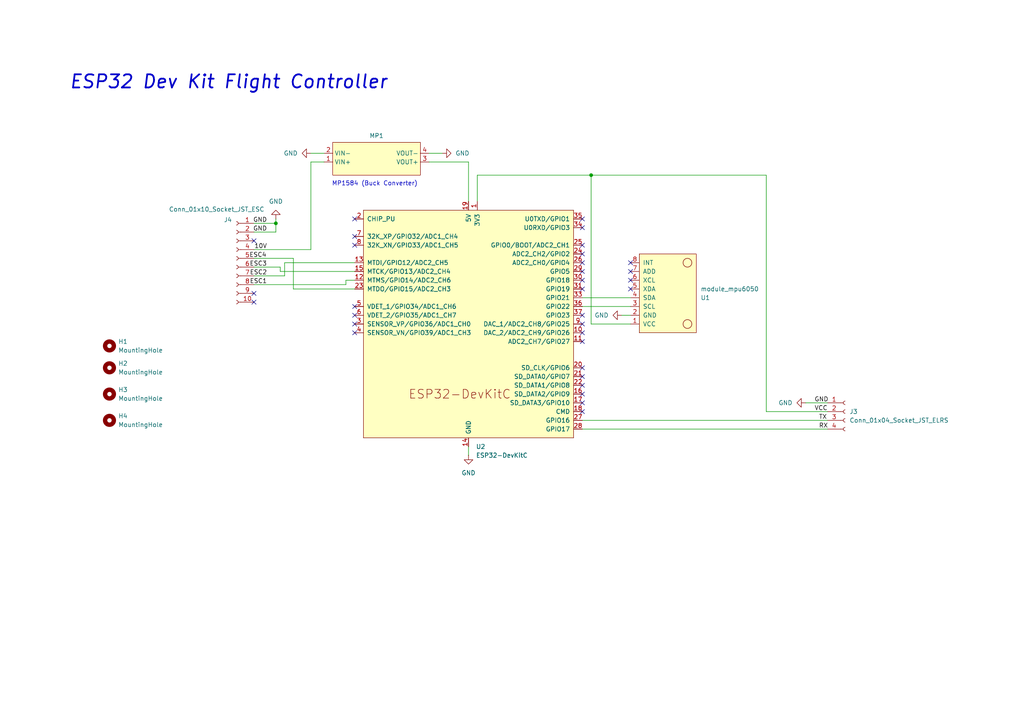
<source format=kicad_sch>
(kicad_sch (version 20250114) (generator "eeschema") (generator_version "9.0")
  (paper "A4")
  (title_block (title "Flight Controller ESP32 Dev Kit C") (date "2025-04-18"))
  (lib_symbols
    (symbol "Connector:Conn_01x04_Socket" (pin_names (offset 1.016) (hide yes))
      (property "Reference" "J" (at 0 5.08 0))
      (property "Value" "Conn_01x04_Socket" (at 0 -7.62 0))
      (symbol "Conn_01x04_Socket_1_1"
        (polyline (pts (xy -1.27 2.54) (xy -0.508 2.54)) (stroke (width 0.1524)))
        (polyline (pts (xy -1.27 0) (xy -0.508 0)) (stroke (width 0.1524)))
        (polyline (pts (xy -1.27 -2.54) (xy -0.508 -2.54)) (stroke (width 0.1524)))
        (polyline (pts (xy -1.27 -5.08) (xy -0.508 -5.08)) (stroke (width 0.1524)))
        (arc (start 0 2.032) (mid -0.5058 2.54) (end 0 3.048) (stroke (width 0.1524)))
        (arc (start 0 -0.508) (mid -0.5058 0) (end 0 0.508) (stroke (width 0.1524)))
        (arc (start 0 -3.048) (mid -0.5058 -2.54) (end 0 -2.032) (stroke (width 0.1524)))
        (arc (start 0 -5.588) (mid -0.5058 -5.08) (end 0 -4.572) (stroke (width 0.1524)))
        (pin passive line (at -5.08 2.54 0) (length 3.81) (name "Pin_1") (number "1"))
        (pin passive line (at -5.08 0 0) (length 3.81) (name "Pin_2") (number "2"))
        (pin passive line (at -5.08 -2.54 0) (length 3.81) (name "Pin_3") (number "3"))
        (pin passive line (at -5.08 -5.08 0) (length 3.81) (name "Pin_4") (number "4"))
      )
    )
    (symbol "Connector:Conn_01x10_Socket" (pin_names (offset 1.016) (hide yes))
      (property "Reference" "J" (at 0 12.7 0))
      (property "Value" "Conn_01x10_Socket" (at 0 -15.24 0))
      (symbol "Conn_01x10_Socket_1_1"
        (polyline (pts (xy -1.27 10.16) (xy -0.508 10.16)) (stroke (width 0.1524)))
        (polyline (pts (xy -1.27 7.62) (xy -0.508 7.62)) (stroke (width 0.1524)))
        (polyline (pts (xy -1.27 5.08) (xy -0.508 5.08)) (stroke (width 0.1524)))
        (polyline (pts (xy -1.27 2.54) (xy -0.508 2.54)) (stroke (width 0.1524)))
        (polyline (pts (xy -1.27 0) (xy -0.508 0)) (stroke (width 0.1524)))
        (polyline (pts (xy -1.27 -2.54) (xy -0.508 -2.54)) (stroke (width 0.1524)))
        (polyline (pts (xy -1.27 -5.08) (xy -0.508 -5.08)) (stroke (width 0.1524)))
        (polyline (pts (xy -1.27 -7.62) (xy -0.508 -7.62)) (stroke (width 0.1524)))
        (polyline (pts (xy -1.27 -10.16) (xy -0.508 -10.16)) (stroke (width 0.1524)))
        (polyline (pts (xy -1.27 -12.7) (xy -0.508 -12.7)) (stroke (width 0.1524)))
        (arc (start 0 9.652) (mid -0.5058 10.16) (end 0 10.668) (stroke (width 0.1524)))
        (arc (start 0 7.112) (mid -0.5058 7.62) (end 0 8.128) (stroke (width 0.1524)))
        (arc (start 0 4.572) (mid -0.5058 5.08) (end 0 5.588) (stroke (width 0.1524)))
        (arc (start 0 2.032) (mid -0.5058 2.54) (end 0 3.048) (stroke (width 0.1524)))
        (arc (start 0 -0.508) (mid -0.5058 0) (end 0 0.508) (stroke (width 0.1524)))
        (arc (start 0 -3.048) (mid -0.5058 -2.54) (end 0 -2.032) (stroke (width 0.1524)))
        (arc (start 0 -5.588) (mid -0.5058 -5.08) (end 0 -4.572) (stroke (width 0.1524)))
        (arc (start 0 -8.128) (mid -0.5058 -7.62) (end 0 -7.112) (stroke (width 0.1524)))
        (arc (start 0 -10.668) (mid -0.5058 -10.16) (end 0 -9.652) (stroke (width 0.1524)))
        (arc (start 0 -13.208) (mid -0.5058 -12.7) (end 0 -12.192) (stroke (width 0.1524)))
        (pin passive line (at -5.08 10.16 0) (length 3.81) (name "Pin_1") (number "1"))
        (pin passive line (at -5.08 7.62 0) (length 3.81) (name "Pin_2") (number "2"))
        (pin passive line (at -5.08 5.08 0) (length 3.81) (name "Pin_3") (number "3"))
        (pin passive line (at -5.08 2.54 0) (length 3.81) (name "Pin_4") (number "4"))
        (pin passive line (at -5.08 0 0) (length 3.81) (name "Pin_5") (number "5"))
        (pin passive line (at -5.08 -2.54 0) (length 3.81) (name "Pin_6") (number "6"))
        (pin passive line (at -5.08 -5.08 0) (length 3.81) (name "Pin_7") (number "7"))
        (pin passive line (at -5.08 -7.62 0) (length 3.81) (name "Pin_8") (number "8"))
        (pin passive line (at -5.08 -10.16 0) (length 3.81) (name "Pin_9") (number "9"))
        (pin passive line (at -5.08 -12.7 0) (length 3.81) (name "Pin_10") (number "10"))
      )
    )
    (symbol "Mechanical:MountingHole" (pin_names (offset 1.016)) (in_bom no)
      (property "Reference" "H" (at 0 5.08 0))
      (property "Value" "MountingHole" (at 0 3.175 0))
      (symbol "MountingHole_0_1"
        (circle (center 0 0) (radius 1.27) (stroke (width 1.27)))
      )
    )
    (symbol "New_Library:MP1584EN"
      (property "Reference" "MP" (at 0.254 1.016 0))
      (symbol "MP1584EN_1_1"
        (rectangle (start -12.7 5.715) (end 12.7 -3.81) (fill (type background)))
        (pin power_out line (at -15.24 2.54 0) (length 2.54) (name "VOUT-") (number "4"))
        (pin power_out line (at -15.24 0 0) (length 2.54) (name "VOUT+") (number "3"))
        (pin power_in line (at 15.24 2.54 180) (length 2.54) (name "VIN-") (number "2"))
        (pin power_in line (at 15.24 0 180) (length 2.54) (name "VIN+") (number "1"))
      )
    )
    (symbol "PCM_Espressif:ESP32-DevKitC" (pin_names (offset 1.016))
      (property "Reference" "U" (at -30.48 38.1 0))
      (property "Value" "ESP32-DevKitC" (at -30.48 35.56 0))
      (symbol "ESP32-DevKitC_0_0"
        (text "ESP32-DevKitC" (at -2.54 -20.32 0) (effects (font (size 2.54 2.54))))
        (pin power_in line (at 0 35.56 270) (length 2.54) (name "5V") (number "19"))
        (pin power_in line (at 0 -35.56 90) (length 2.54) (name "GND") (number "14"))
      )
      (symbol "ESP32-DevKitC_0_1"
        (rectangle (start -30.48 33.02) (end 30.48 -33.02) (fill (type background)))
      )
      (symbol "ESP32-DevKitC_1_1"
        (pin input line (at -33.02 30.48 0) (length 2.54) (name "CHIP_PU") (number "2"))
        (pin bidirectional line (at -33.02 25.4 0) (length 2.54) (name "32K_XP/GPIO32/ADC1_CH4") (number "7"))
        (pin bidirectional line (at -33.02 22.86 0) (length 2.54) (name "32K_XN/GPIO33/ADC1_CH5") (number "8"))
        (pin bidirectional line (at -33.02 17.78 0) (length 2.54) (name "MTDI/GPIO12/ADC2_CH5") (number "13"))
        (pin bidirectional line (at -33.02 15.24 0) (length 2.54) (name "MTCK/GPIO13/ADC2_CH4") (number "15"))
        (pin bidirectional line (at -33.02 12.7 0) (length 2.54) (name "MTMS/GPIO14/ADC2_CH6") (number "12"))
        (pin bidirectional line (at -33.02 10.16 0) (length 2.54) (name "MTDO/GPIO15/ADC2_CH3") (number "23"))
        (pin input line (at -33.02 5.08 0) (length 2.54) (name "VDET_1/GPIO34/ADC1_CH6") (number "5"))
        (pin input line (at -33.02 2.54 0) (length 2.54) (name "VDET_2/GPIO35/ADC1_CH7") (number "6"))
        (pin input line (at -33.02 0 0) (length 2.54) (name "SENSOR_VP/GPIO36/ADC1_CH0") (number "3"))
        (pin input line (at -33.02 -2.54 0) (length 2.54) (name "SENSOR_VN/GPIO39/ADC1_CH3") (number "4"))
        (pin passive line (at 0 -35.56 90) (length 2.54) (hide yes) (name "GND") (number "32"))
        (pin passive line (at 0 -35.56 90) (length 2.54) (hide yes) (name "GND") (number "38"))
        (pin power_in line (at 2.54 35.56 270) (length 2.54) (name "3V3") (number "1"))
        (pin bidirectional line (at 33.02 30.48 180) (length 2.54) (name "U0TXD/GPIO1") (number "35"))
        (pin bidirectional line (at 33.02 27.94 180) (length 2.54) (name "U0RXD/GPIO3") (number "34"))
        (pin bidirectional line (at 33.02 22.86 180) (length 2.54) (name "GPIO0/BOOT/ADC2_CH1") (number "25"))
        (pin bidirectional line (at 33.02 20.32 180) (length 2.54) (name "ADC2_CH2/GPIO2") (number "24"))
        (pin bidirectional line (at 33.02 17.78 180) (length 2.54) (name "ADC2_CH0/GPIO4") (number "26"))
        (pin bidirectional line (at 33.02 15.24 180) (length 2.54) (name "GPIO5") (number "29"))
        (pin bidirectional line (at 33.02 12.7 180) (length 2.54) (name "GPIO18") (number "30"))
        (pin bidirectional line (at 33.02 10.16 180) (length 2.54) (name "GPIO19") (number "31"))
        (pin bidirectional line (at 33.02 7.62 180) (length 2.54) (name "GPIO21") (number "33"))
        (pin bidirectional line (at 33.02 5.08 180) (length 2.54) (name "GPIO22") (number "36"))
        (pin bidirectional line (at 33.02 2.54 180) (length 2.54) (name "GPIO23") (number "37"))
        (pin bidirectional line (at 33.02 0 180) (length 2.54) (name "DAC_1/ADC2_CH8/GPIO25") (number "9"))
        (pin bidirectional line (at 33.02 -2.54 180) (length 2.54) (name "DAC_2/ADC2_CH9/GPIO26") (number "10"))
        (pin bidirectional line (at 33.02 -5.08 180) (length 2.54) (name "ADC2_CH7/GPIO27") (number "11"))
        (pin bidirectional line (at 33.02 -12.7 180) (length 2.54) (name "SD_CLK/GPIO6") (number "20"))
        (pin bidirectional line (at 33.02 -15.24 180) (length 2.54) (name "SD_DATA0/GPIO7") (number "21"))
        (pin bidirectional line (at 33.02 -17.78 180) (length 2.54) (name "SD_DATA1/GPIO8") (number "22"))
        (pin bidirectional line (at 33.02 -20.32 180) (length 2.54) (name "SD_DATA2/GPIO9") (number "16"))
        (pin bidirectional line (at 33.02 -22.86 180) (length 2.54) (name "SD_DATA3/GPIO10") (number "17"))
        (pin bidirectional line (at 33.02 -25.4 180) (length 2.54) (name "CMD") (number "18"))
        (pin bidirectional line (at 33.02 -27.94 180) (length 2.54) (name "GPIO16") (number "27"))
        (pin bidirectional line (at 33.02 -30.48 180) (length 2.54) (name "GPIO17") (number "28"))
      )
    )
    (symbol "power:GND" (power) (pin_numbers (hide yes)) (pin_names (offset 0) (hide yes))
      (property "Value" "GND" (at 0 -3.81 0))
      (symbol "GND_0_1"
        (polyline (pts (xy 0 0) (xy 0 -1.27) (xy 1.27 -1.27) (xy 0 -2.54) (xy -1.27 -1.27) (xy 0 -1.27)))
      )
      (symbol "GND_1_1"
        (pin power_in line (at 0 0 270) (length 0) (name "~") (number "1"))
      )
    )
    (symbol "usini_sensors:module_mpu6050" (pin_names (offset 1.016))
      (property "Reference" "U" (at 2.54 21.59 0))
      (property "Value" "module_mpu6050" (at 11.43 -3.81 0))
      (symbol "module_mpu6050_0_1"
        (rectangle (start 2.54 20.32) (end 19.05 -2.54) (fill (type background)))
        (circle (center 16.51 17.78) (radius 1.27))
        (circle (center 16.51 0) (radius 1.27))
      )
      (symbol "module_mpu6050_1_1"
        (pin input line (at 0 17.78 0) (length 2.54) (name "VCC") (number "1"))
        (pin input line (at 0 15.24 0) (length 2.54) (name "GND") (number "2"))
        (pin input line (at 0 12.7 0) (length 2.54) (name "SCL") (number "3"))
        (pin input line (at 0 10.16 0) (length 2.54) (name "SDA") (number "4"))
        (pin input line (at 0 7.62 0) (length 2.54) (name "XDA") (number "5"))
        (pin input line (at 0 5.08 0) (length 2.54) (name "XCL") (number "6"))
        (pin input line (at 0 2.54 0) (length 2.54) (name "ADD") (number "7"))
        (pin input line (at 0 0 0) (length 2.54) (name "INT") (number "8"))
      )
    )
  )
  (text "MP1584 (Buck Converter)" (at 108.712 53.34 0) (effects (font (size 1.27 1.27))))
  (text "ESP32 Dev Kit Flight Controller" (at 66.294 23.876 0) (effects (font (size 3.81 3.81) (thickness 0.508) (bold yes) (italic yes))))
  (junction (at 171.45 50.8))
  (junction (at 80.01 64.77))
  (no_connect (at 102.87 96.52))
  (no_connect (at 168.91 78.74))
  (no_connect (at 168.91 116.84))
  (no_connect (at 168.91 111.76))
  (no_connect (at 168.91 114.3))
  (no_connect (at 168.91 73.66))
  (no_connect (at 168.91 109.22))
  (no_connect (at 168.91 81.28))
  (no_connect (at 168.91 71.12))
  (no_connect (at 102.87 63.5))
  (no_connect (at 102.87 88.9))
  (no_connect (at 168.91 63.5))
  (no_connect (at 182.88 76.2))
  (no_connect (at 168.91 96.52))
  (no_connect (at 182.88 78.74))
  (no_connect (at 73.66 69.85))
  (no_connect (at 102.87 93.98))
  (no_connect (at 168.91 83.82))
  (no_connect (at 168.91 106.68))
  (no_connect (at 73.66 87.63))
  (no_connect (at 182.88 83.82))
  (no_connect (at 168.91 119.38))
  (no_connect (at 168.91 99.06))
  (no_connect (at 168.91 91.44))
  (no_connect (at 182.88 81.28))
  (no_connect (at 168.91 93.98))
  (no_connect (at 73.66 85.09))
  (no_connect (at 168.91 76.2))
  (no_connect (at 102.87 71.12))
  (no_connect (at 168.91 66.04))
  (no_connect (at 102.87 91.44))
  (no_connect (at 102.87 68.58))
  (wire (pts (xy 168.91 124.46) (xy 240.03 124.46)))
  (wire (pts (xy 73.66 72.39) (xy 90.17 72.39)))
  (wire (pts (xy 182.88 93.98) (xy 171.45 93.98)))
  (wire (pts (xy 100.33 82.55) (xy 100.33 81.28)))
  (wire (pts (xy 222.25 50.8) (xy 171.45 50.8)))
  (wire (pts (xy 100.33 81.28) (xy 102.87 81.28)))
  (wire (pts (xy 82.55 76.2) (xy 82.55 80.01)))
  (wire (pts (xy 135.89 46.99) (xy 135.89 58.42)))
  (wire (pts (xy 80.01 63.5) (xy 80.01 64.77)))
  (wire (pts (xy 138.43 50.8) (xy 138.43 58.42)))
  (wire (pts (xy 80.01 64.77) (xy 80.01 67.31)))
  (wire (pts (xy 171.45 50.8) (xy 138.43 50.8)))
  (wire (pts (xy 80.01 64.77) (xy 73.66 64.77)))
  (wire (pts (xy 73.66 77.47) (xy 81.28 77.47)))
  (wire (pts (xy 85.09 83.82) (xy 102.87 83.82)))
  (wire (pts (xy 135.89 129.54) (xy 135.89 132.08)))
  (wire (pts (xy 168.91 86.36) (xy 182.88 86.36)))
  (wire (pts (xy 90.17 72.39) (xy 90.17 46.99)))
  (wire (pts (xy 222.25 119.38) (xy 240.03 119.38)))
  (wire (pts (xy 80.01 67.31) (xy 73.66 67.31)))
  (wire (pts (xy 124.46 44.45) (xy 128.27 44.45)))
  (wire (pts (xy 168.91 88.9) (xy 182.88 88.9)))
  (wire (pts (xy 81.28 78.74) (xy 81.28 77.47)))
  (wire (pts (xy 85.09 74.93) (xy 73.66 74.93)))
  (wire (pts (xy 180.34 91.44) (xy 182.88 91.44)))
  (wire (pts (xy 124.46 46.99) (xy 135.89 46.99)))
  (wire (pts (xy 102.87 78.74) (xy 81.28 78.74)))
  (wire (pts (xy 90.17 46.99) (xy 93.98 46.99)))
  (wire (pts (xy 82.55 80.01) (xy 73.66 80.01)))
  (wire (pts (xy 73.66 82.55) (xy 100.33 82.55)))
  (wire (pts (xy 85.09 83.82) (xy 85.09 74.93)))
  (wire (pts (xy 168.91 121.92) (xy 240.03 121.92)))
  (wire (pts (xy 233.68 116.84) (xy 240.03 116.84)))
  (wire (pts (xy 222.25 119.38) (xy 222.25 50.8)))
  (wire (pts (xy 102.87 76.2) (xy 82.55 76.2)))
  (wire (pts (xy 90.17 44.45) (xy 93.98 44.45)))
  (wire (pts (xy 171.45 93.98) (xy 171.45 50.8)))
  (label "RX" (at 237.49 124.46 0))
  (label "ESC3" (at 77.4288 77.47 180))
  (label "GND" (at 77.47 67.31 180))
  (label "ESC1" (at 77.47 82.55 180))
  (label "ESC2" (at 77.4743 80.01 180))
  (label "GND" (at 77.47 64.77 180))
  (label "10V" (at 77.47 72.39 180))
  (label "ESC4" (at 77.3378 74.93 180))
  (label "TX" (at 237.49 121.92 0))
  (label "VCC" (at 236.22 119.38 0))
  (label "GND" (at 236.22 116.84 0))
  (symbol (lib_id "power:GND") (at 90.17 44.45 270) (unit 1)
    (property "Reference" "#PWR04" (effects (hide yes)))
    (property "Value" "GND" (at 86.36 44.4499 90) (effects (justify right)))
    (property "Description" "Power symbol creates a global label with name \"GND\" , ground" (effects (hide yes)))
  )
  (symbol (lib_id "Connector:Conn_01x04_Socket") (at 245.11 119.38 0) (unit 1)
    (property "Reference" "J3" (at 246.38 119.3799 0) (effects (justify left)))
    (property "Value" "Conn_01x04_Socket_JST_ELRS" (at 246.38 121.9199 0) (effects (justify left)))
    (property "Footprint" "Connector_JST:JST_SH_SM04B-SRSS-TB_1x04-1MP_P1.00mm_Horizontal" (effects (hide yes)))
    (property "Description" "Generic connector, single row, 01x04, script generated" (effects (hide yes)))
  )
  (symbol (lib_id "power:GND") (at 80.01 63.5 180) (unit 1)
    (property "Reference" "#PWR03" (effects (hide yes)))
    (property "Value" "GND" (at 80.01 58.42 0))
    (property "Description" "Power symbol creates a global label with name \"GND\" , ground" (effects (hide yes)))
  )
  (symbol (lib_id "Mechanical:MountingHole") (at 31.75 100.33 0) (unit 1) (in_bom no)
    (property "Reference" "H1" (at 34.29 99.0599 0) (effects (justify left)))
    (property "Value" "MountingHole" (at 34.29 101.5999 0) (effects (justify left)))
    (property "Footprint" "MountingHole:MountingHole_2.2mm_M2" (effects (hide yes)))
    (property "Description" "Mounting Hole without connection" (effects (hide yes)))
  )
  (symbol (lib_id "PCM_Espressif:ESP32-DevKitC") (at 135.89 93.98 0) (unit 1)
    (property "Reference" "U2" (at 138.0333 129.54 0) (effects (justify left)))
    (property "Value" "ESP32-DevKitC" (at 138.0333 132.08 0) (effects (justify left)))
    (property "Footprint" "ESP32:ESP32 DevKitC Socket" (effects (hide yes)))
    (property "Datasheet" "https://docs.espressif.com/projects/esp-idf/zh_CN/latest/esp32/hw-reference/esp32/get-started-devkitc.html" (effects (hide yes)))
    (property "Description" "Development Kit" (effects (hide yes)))
  )
  (symbol (lib_id "power:GND") (at 233.68 116.84 270) (unit 1)
    (property "Reference" "#PWR01" (effects (hide yes)))
    (property "Value" "GND" (at 229.87 116.8399 90) (effects (justify right)))
    (property "Description" "Power symbol creates a global label with name \"GND\" , ground" (effects (hide yes)))
  )
  (symbol (lib_id "Mechanical:MountingHole") (at 31.75 121.92 0) (unit 1) (in_bom no)
    (property "Reference" "H4" (at 34.29 120.6499 0) (effects (justify left)))
    (property "Value" "MountingHole" (at 34.29 123.1899 0) (effects (justify left)))
    (property "Footprint" "MountingHole:MountingHole_2.2mm_M2" (effects (hide yes)))
    (property "Description" "Mounting Hole without connection" (effects (hide yes)))
  )
  (symbol (lib_id "Mechanical:MountingHole") (at 31.75 114.3 0) (unit 1) (in_bom no)
    (property "Reference" "H3" (at 34.29 113.0299 0) (effects (justify left)))
    (property "Value" "MountingHole" (at 34.29 115.5699 0) (effects (justify left)))
    (property "Footprint" "MountingHole:MountingHole_2.2mm_M2" (effects (hide yes)))
    (property "Description" "Mounting Hole without connection" (effects (hide yes)))
  )
  (symbol (lib_id "power:GND") (at 180.34 91.44 270) (unit 1)
    (property "Reference" "#PWR06" (effects (hide yes)))
    (property "Value" "GND" (at 176.53 91.4399 90) (effects (justify right)))
    (property "Description" "Power symbol creates a global label with name \"GND\" , ground" (effects (hide yes)))
  )
  (symbol (lib_id "power:GND") (at 135.89 132.08 0) (unit 1)
    (property "Reference" "#PWR02" (effects (hide yes)))
    (property "Value" "GND" (at 135.89 137.16 0))
    (property "Description" "Power symbol creates a global label with name \"GND\" , ground" (effects (hide yes)))
  )
  (symbol (lib_id "Connector:Conn_01x10_Socket") (at 68.58 74.93 0) (mirror y) (unit 1)
    (property "Reference" "J4" (at 67.31 63.754 0) (effects (justify left)))
    (property "Value" "Conn_01x10_Socket_JST_ESC" (at 76.708 60.706 0) (effects (justify left)))
    (property "Footprint" "Connector_JST:JST_SH_SM10B-SRSS-TB_1x10-1MP_P1.00mm_Horizontal" (effects (hide yes)))
    (property "Description" "Generic connector, single row, 01x10, script generated" (effects (hide yes)))
  )
  (symbol (lib_id "Mechanical:MountingHole") (at 31.75 106.68 0) (unit 1) (in_bom no)
    (property "Reference" "H2" (at 34.29 105.4099 0) (effects (justify left)))
    (property "Value" "MountingHole" (at 34.29 107.9499 0) (effects (justify left)))
    (property "Footprint" "MountingHole:MountingHole_2.2mm_M2" (effects (hide yes)))
    (property "Description" "Mounting Hole without connection" (effects (hide yes)))
  )
  (symbol (lib_id "usini_sensors:module_mpu6050") (at 182.88 76.2 0) (mirror x) (unit 1)
    (property "Reference" "U1" (at 203.2 86.3601 0) (effects (justify left)))
    (property "Value" "module_mpu6050" (at 203.2 83.8201 0) (effects (justify left)))
    (property "Footprint" "usini_sensors:module_mpu6050" (effects (hide yes)))
  )
  (symbol (lib_id "New_Library:MP1584EN") (at 109.22 46.99 0) (mirror y) (unit 1)
    (property "Reference" "MP1" (at 109.22 39.37 0))
    (property "Value" "~" (at 109.22 39.37 0))
    (property "Footprint" "MP1584EN-master:SRT_MPT1584EN_Module" (effects (hide yes)))
  )
  (symbol (lib_id "power:GND") (at 128.27 44.45 90) (unit 1)
    (property "Reference" "#PWR05" (effects (hide yes)))
    (property "Value" "GND" (at 132.08 44.4499 90) (effects (justify right)))
    (property "Description" "Power symbol creates a global label with name \"GND\" , ground" (effects (hide yes)))
  )
)
</source>
